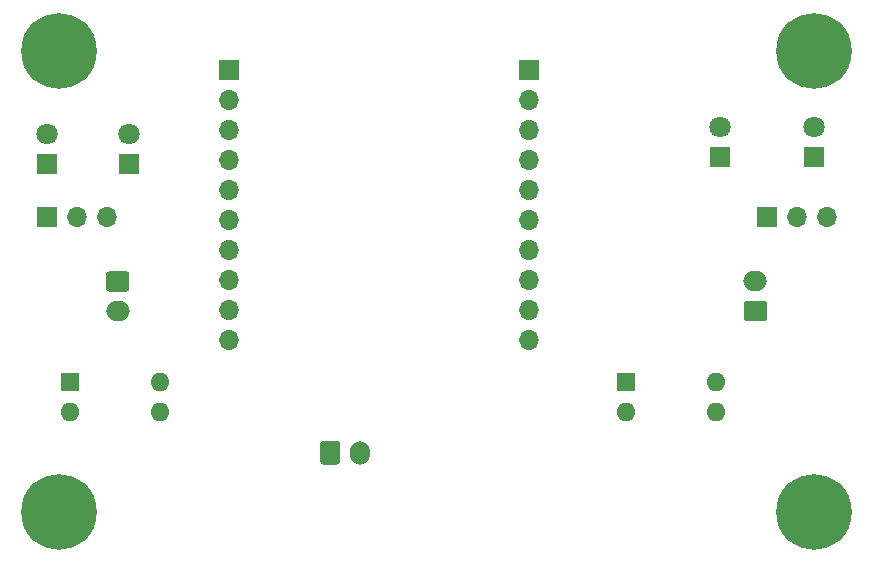
<source format=gbr>
%TF.GenerationSoftware,KiCad,Pcbnew,(5.1.9)-1*%
%TF.CreationDate,2022-06-16T11:17:04+09:00*%
%TF.ProjectId,Receiver,52656365-6976-4657-922e-6b696361645f,rev?*%
%TF.SameCoordinates,Original*%
%TF.FileFunction,Soldermask,Bot*%
%TF.FilePolarity,Negative*%
%FSLAX46Y46*%
G04 Gerber Fmt 4.6, Leading zero omitted, Abs format (unit mm)*
G04 Created by KiCad (PCBNEW (5.1.9)-1) date 2022-06-16 11:17:04*
%MOMM*%
%LPD*%
G01*
G04 APERTURE LIST*
%ADD10C,0.800000*%
%ADD11C,6.400000*%
%ADD12R,1.700000X1.700000*%
%ADD13O,1.700000X1.700000*%
%ADD14O,1.700000X2.000000*%
%ADD15O,2.000000X1.700000*%
%ADD16R,1.600000X1.600000*%
%ADD17O,1.600000X1.600000*%
%ADD18R,1.800000X1.800000*%
%ADD19C,1.800000*%
G04 APERTURE END LIST*
D10*
%TO.C,REF\u002A\u002A*%
X150697056Y-146302944D03*
X149000000Y-145600000D03*
X147302944Y-146302944D03*
X146600000Y-148000000D03*
X147302944Y-149697056D03*
X149000000Y-150400000D03*
X150697056Y-149697056D03*
X151400000Y-148000000D03*
D11*
X149000000Y-148000000D03*
%TD*%
D10*
%TO.C,REF\u002A\u002A*%
X150697056Y-107302944D03*
X149000000Y-106600000D03*
X147302944Y-107302944D03*
X146600000Y-109000000D03*
X147302944Y-110697056D03*
X149000000Y-111400000D03*
X150697056Y-110697056D03*
X151400000Y-109000000D03*
D11*
X149000000Y-109000000D03*
%TD*%
D10*
%TO.C,REF\u002A\u002A*%
X86697056Y-107302944D03*
X85000000Y-106600000D03*
X83302944Y-107302944D03*
X82600000Y-109000000D03*
X83302944Y-110697056D03*
X85000000Y-111400000D03*
X86697056Y-110697056D03*
X87400000Y-109000000D03*
D11*
X85000000Y-109000000D03*
%TD*%
D10*
%TO.C,REF\u002A\u002A*%
X86697056Y-146302944D03*
X85000000Y-145600000D03*
X83302944Y-146302944D03*
X82600000Y-148000000D03*
X83302944Y-149697056D03*
X85000000Y-150400000D03*
X86697056Y-149697056D03*
X87400000Y-148000000D03*
D11*
X85000000Y-148000000D03*
%TD*%
D12*
%TO.C,J3*%
X99440000Y-110600000D03*
D13*
X99440000Y-113140000D03*
X99440000Y-115680000D03*
X99440000Y-118220000D03*
X99440000Y-120760000D03*
X99440000Y-123300000D03*
X99440000Y-125840000D03*
X99440000Y-128380000D03*
X99440000Y-130920000D03*
X99440000Y-133460000D03*
%TD*%
%TO.C,J4*%
X124840000Y-133460000D03*
X124840000Y-130920000D03*
X124840000Y-128380000D03*
X124840000Y-125840000D03*
X124840000Y-123300000D03*
X124840000Y-120760000D03*
X124840000Y-118220000D03*
X124840000Y-115680000D03*
X124840000Y-113140000D03*
D12*
X124840000Y-110600000D03*
%TD*%
%TO.C,J5*%
G36*
G01*
X107150000Y-143750000D02*
X107150000Y-142250000D01*
G75*
G02*
X107400000Y-142000000I250000J0D01*
G01*
X108600000Y-142000000D01*
G75*
G02*
X108850000Y-142250000I0J-250000D01*
G01*
X108850000Y-143750000D01*
G75*
G02*
X108600000Y-144000000I-250000J0D01*
G01*
X107400000Y-144000000D01*
G75*
G02*
X107150000Y-143750000I0J250000D01*
G01*
G37*
D14*
X110500000Y-143000000D03*
%TD*%
%TO.C,J6*%
G36*
G01*
X89250000Y-127650000D02*
X90750000Y-127650000D01*
G75*
G02*
X91000000Y-127900000I0J-250000D01*
G01*
X91000000Y-129100000D01*
G75*
G02*
X90750000Y-129350000I-250000J0D01*
G01*
X89250000Y-129350000D01*
G75*
G02*
X89000000Y-129100000I0J250000D01*
G01*
X89000000Y-127900000D01*
G75*
G02*
X89250000Y-127650000I250000J0D01*
G01*
G37*
D15*
X90000000Y-131000000D03*
%TD*%
D16*
%TO.C,U1*%
X86000000Y-137000000D03*
D17*
X93620000Y-139540000D03*
X86000000Y-139540000D03*
X93620000Y-137000000D03*
%TD*%
D18*
%TO.C,D1*%
X84000000Y-118540000D03*
D19*
X84000000Y-116000000D03*
%TD*%
%TO.C,D2*%
X91000000Y-116000000D03*
D18*
X91000000Y-118540000D03*
%TD*%
D12*
%TO.C,SW1*%
X84000000Y-123000000D03*
D13*
X86540000Y-123000000D03*
X89080000Y-123000000D03*
%TD*%
D19*
%TO.C,D3*%
X141000000Y-115460000D03*
D18*
X141000000Y-118000000D03*
%TD*%
%TO.C,D4*%
X149000000Y-118000000D03*
D19*
X149000000Y-115460000D03*
%TD*%
%TO.C,J1*%
G36*
G01*
X144750000Y-131850000D02*
X143250000Y-131850000D01*
G75*
G02*
X143000000Y-131600000I0J250000D01*
G01*
X143000000Y-130400000D01*
G75*
G02*
X143250000Y-130150000I250000J0D01*
G01*
X144750000Y-130150000D01*
G75*
G02*
X145000000Y-130400000I0J-250000D01*
G01*
X145000000Y-131600000D01*
G75*
G02*
X144750000Y-131850000I-250000J0D01*
G01*
G37*
D15*
X144000000Y-128500000D03*
%TD*%
D12*
%TO.C,SW2*%
X145000000Y-123000000D03*
D13*
X147540000Y-123000000D03*
X150080000Y-123000000D03*
%TD*%
D16*
%TO.C,U3*%
X133000000Y-137000000D03*
D17*
X140620000Y-139540000D03*
X133000000Y-139540000D03*
X140620000Y-137000000D03*
%TD*%
M02*

</source>
